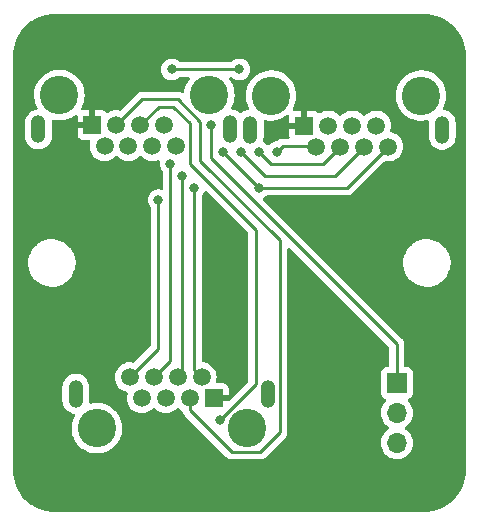
<source format=gbr>
%TF.GenerationSoftware,KiCad,Pcbnew,(6.0.6)*%
%TF.CreationDate,2022-07-09T15:22:20-05:00*%
%TF.ProjectId,Clinic_RJ45_Splitter,436c696e-6963-45f5-924a-34355f53706c,rev?*%
%TF.SameCoordinates,Original*%
%TF.FileFunction,Copper,L2,Bot*%
%TF.FilePolarity,Positive*%
%FSLAX46Y46*%
G04 Gerber Fmt 4.6, Leading zero omitted, Abs format (unit mm)*
G04 Created by KiCad (PCBNEW (6.0.6)) date 2022-07-09 15:22:20*
%MOMM*%
%LPD*%
G01*
G04 APERTURE LIST*
%TA.AperFunction,WasherPad*%
%ADD10C,3.250000*%
%TD*%
%TA.AperFunction,ComponentPad*%
%ADD11R,1.500000X1.500000*%
%TD*%
%TA.AperFunction,ComponentPad*%
%ADD12C,1.500000*%
%TD*%
%TA.AperFunction,ComponentPad*%
%ADD13O,1.259000X2.362000*%
%TD*%
%TA.AperFunction,ComponentPad*%
%ADD14R,1.700000X1.700000*%
%TD*%
%TA.AperFunction,ComponentPad*%
%ADD15O,1.700000X1.700000*%
%TD*%
%TA.AperFunction,ViaPad*%
%ADD16C,0.800000*%
%TD*%
%TA.AperFunction,Conductor*%
%ADD17C,0.250000*%
%TD*%
G04 APERTURE END LIST*
D10*
%TO.P,J4,*%
%TO.N,*%
X155724320Y-77259180D03*
X168424320Y-77259180D03*
D11*
%TO.P,J4,1*%
%TO.N,GND*%
X158525020Y-79799180D03*
D12*
%TO.P,J4,2*%
%TO.N,+5V*%
X159545020Y-81579180D03*
%TO.P,J4,3*%
%TO.N,Sound1*%
X160555020Y-79799180D03*
%TO.P,J4,4*%
%TO.N,Sound2*%
X161575020Y-81579180D03*
%TO.P,J4,5*%
%TO.N,JoyX*%
X162585020Y-79799180D03*
%TO.P,J4,6*%
%TO.N,JoyY*%
X163605020Y-81579180D03*
%TO.P,J4,7*%
%TO.N,+3.3V_R*%
X164615020Y-79799180D03*
%TO.P,J4,8*%
%TO.N,Other*%
X165635020Y-81579180D03*
D13*
%TO.P,J4,9*%
%TO.N,N/C*%
X170204320Y-80161130D03*
%TO.P,J4,10*%
X153944320Y-80161130D03*
%TD*%
D10*
%TO.P,J2,*%
%TO.N,*%
X137795000Y-77224620D03*
X150495000Y-77224620D03*
D11*
%TO.P,J2,1*%
%TO.N,GND*%
X140595700Y-79764620D03*
D12*
%TO.P,J2,2*%
%TO.N,+5V*%
X141615700Y-81544620D03*
%TO.P,J2,3*%
%TO.N,Sound1*%
X142625700Y-79764620D03*
%TO.P,J2,4*%
%TO.N,Sound2*%
X143645700Y-81544620D03*
%TO.P,J2,5*%
%TO.N,JoyX*%
X144655700Y-79764620D03*
%TO.P,J2,6*%
%TO.N,JoyY*%
X145675700Y-81544620D03*
%TO.P,J2,7*%
%TO.N,+3.3V_L*%
X146685700Y-79764620D03*
%TO.P,J2,8*%
%TO.N,Other*%
X147705700Y-81544620D03*
D13*
%TO.P,J2,9*%
%TO.N,N/C*%
X152275000Y-80126570D03*
%TO.P,J2,10*%
X136015000Y-80126570D03*
%TD*%
D14*
%TO.P,J1,1*%
%TO.N,+3.3V_L*%
X166370000Y-101600000D03*
D15*
%TO.P,J1,2*%
%TO.N,+3.3V*%
X166370000Y-104140000D03*
%TO.P,J1,3*%
%TO.N,+3.3V_R*%
X166370000Y-106680000D03*
%TD*%
D10*
%TO.P,J3,*%
%TO.N,*%
X153670000Y-105425240D03*
X140970000Y-105425240D03*
D11*
%TO.P,J3,1*%
%TO.N,GND*%
X150869300Y-102885240D03*
D12*
%TO.P,J3,2*%
%TO.N,+5V*%
X149849300Y-101105240D03*
%TO.P,J3,3*%
%TO.N,Sound1*%
X148839300Y-102885240D03*
%TO.P,J3,4*%
%TO.N,Sound2*%
X147819300Y-101105240D03*
%TO.P,J3,5*%
%TO.N,JoyX*%
X146809300Y-102885240D03*
%TO.P,J3,6*%
%TO.N,JoyY*%
X145789300Y-101105240D03*
%TO.P,J3,7*%
%TO.N,+3.3V*%
X144779300Y-102885240D03*
%TO.P,J3,8*%
%TO.N,Other*%
X143759300Y-101105240D03*
D13*
%TO.P,J3,9*%
%TO.N,N/C*%
X139190000Y-102523290D03*
%TO.P,J3,10*%
X155450000Y-102523290D03*
%TD*%
D16*
%TO.N,+3.3V_L*%
X150622000Y-79756000D03*
%TO.N,GND*%
X162560000Y-99695000D03*
X144145000Y-109220000D03*
X144780000Y-73660000D03*
X158750000Y-86995000D03*
X158750000Y-99695000D03*
X162560000Y-90805000D03*
X140970000Y-73660000D03*
X147955000Y-109220000D03*
X161290000Y-73660000D03*
X158750000Y-109220000D03*
X142875000Y-94615000D03*
X151765000Y-94615000D03*
X140970000Y-76835000D03*
X144145000Y-106045000D03*
X162560000Y-86995000D03*
X165100000Y-73660000D03*
X142875000Y-89535000D03*
X151765000Y-99695000D03*
X165100000Y-77470000D03*
X151765000Y-89535000D03*
X158750000Y-94615000D03*
%TO.N,+5V*%
X149225000Y-85090000D03*
X156210000Y-82042000D03*
%TO.N,Sound1*%
X153035000Y-75057000D03*
X147320000Y-75057000D03*
%TO.N,Sound2*%
X154686000Y-82042000D03*
X148209000Y-84074000D03*
%TO.N,JoyX*%
X151384000Y-104775000D03*
%TO.N,JoyY*%
X147193000Y-83058000D03*
X153162000Y-82042000D03*
%TO.N,Other*%
X146177000Y-86106000D03*
X154686000Y-85090000D03*
X151638000Y-82042000D03*
%TD*%
D17*
%TO.N,+3.3V_L*%
X166370000Y-101600000D02*
X166370000Y-98329750D01*
X166370000Y-98329750D02*
X150622000Y-82581750D01*
X150622000Y-82581750D02*
X150622000Y-79764620D01*
X150622000Y-79764620D02*
X150622000Y-79756000D01*
%TO.N,+5V*%
X156210000Y-82042000D02*
X156718000Y-81534000D01*
X149225000Y-100480940D02*
X149849300Y-101105240D01*
X156718000Y-81534000D02*
X159499840Y-81534000D01*
X159499840Y-81534000D02*
X159545020Y-81579180D01*
X149225000Y-85090000D02*
X149225000Y-100480940D01*
%TO.N,Sound1*%
X147828000Y-77597000D02*
X149733000Y-79502000D01*
X156464000Y-89535000D02*
X156464000Y-105791000D01*
X142625700Y-79764620D02*
X144793320Y-77597000D01*
X156464000Y-105791000D02*
X154813000Y-107442000D01*
X144793320Y-77597000D02*
X147828000Y-77597000D01*
X149733000Y-82804000D02*
X156464000Y-89535000D01*
X152400000Y-107442000D02*
X148839300Y-103881300D01*
X149733000Y-79502000D02*
X149733000Y-82804000D01*
X154813000Y-107442000D02*
X152400000Y-107442000D01*
X148839300Y-103881300D02*
X148839300Y-102885240D01*
X147320000Y-75057000D02*
X153035000Y-75057000D01*
%TO.N,Sound2*%
X148209000Y-100715540D02*
X147819300Y-101105240D01*
X148209000Y-84074000D02*
X148209000Y-100715540D01*
X160096200Y-83058000D02*
X161575020Y-81579180D01*
X155702000Y-83058000D02*
X160096200Y-83058000D01*
X154686000Y-82042000D02*
X155702000Y-83058000D01*
%TO.N,JoyX*%
X144655700Y-79764620D02*
X146188320Y-78232000D01*
X154432000Y-101727000D02*
X151384000Y-104775000D01*
X148844000Y-79629000D02*
X148844000Y-83058000D01*
X147447000Y-78232000D02*
X148844000Y-79629000D01*
X148844000Y-83058000D02*
X154432000Y-88646000D01*
X154432000Y-88646000D02*
X154432000Y-101727000D01*
X146188320Y-78232000D02*
X147447000Y-78232000D01*
%TO.N,JoyY*%
X161110200Y-84074000D02*
X163605020Y-81579180D01*
X153162000Y-82042000D02*
X155194000Y-84074000D01*
X147193000Y-83058000D02*
X147193000Y-99701540D01*
X155194000Y-84074000D02*
X161110200Y-84074000D01*
X147193000Y-99701540D02*
X145789300Y-101105240D01*
%TO.N,Other*%
X151638000Y-82042000D02*
X154686000Y-85090000D01*
X162124200Y-85090000D02*
X165635020Y-81579180D01*
X154686000Y-85090000D02*
X162124200Y-85090000D01*
X146177000Y-98687540D02*
X143759300Y-101105240D01*
X146177000Y-86106000D02*
X146177000Y-98687540D01*
%TD*%
%TA.AperFunction,Conductor*%
%TO.N,GND*%
G36*
X168626018Y-70360000D02*
G01*
X168640852Y-70362310D01*
X168640855Y-70362310D01*
X168649724Y-70363691D01*
X168658627Y-70362527D01*
X168658629Y-70362527D01*
X168669078Y-70361161D01*
X168691594Y-70360249D01*
X168998322Y-70375318D01*
X169010618Y-70376528D01*
X169343520Y-70425910D01*
X169355642Y-70428320D01*
X169451572Y-70452350D01*
X169682101Y-70510095D01*
X169693933Y-70513684D01*
X170010803Y-70627061D01*
X170022227Y-70631793D01*
X170326456Y-70775683D01*
X170337361Y-70781512D01*
X170626024Y-70954530D01*
X170636305Y-70961400D01*
X170906613Y-71161874D01*
X170916171Y-71169718D01*
X171165531Y-71395725D01*
X171174275Y-71404469D01*
X171400282Y-71653829D01*
X171408126Y-71663387D01*
X171608600Y-71933695D01*
X171615470Y-71943976D01*
X171788488Y-72232639D01*
X171794317Y-72243544D01*
X171938207Y-72547773D01*
X171942939Y-72559197D01*
X172056316Y-72876067D01*
X172059905Y-72887899D01*
X172141679Y-73214355D01*
X172144091Y-73226483D01*
X172193471Y-73559377D01*
X172194683Y-73571682D01*
X172209390Y-73871034D01*
X172208042Y-73896598D01*
X172206309Y-73907724D01*
X172207474Y-73916630D01*
X172210436Y-73939283D01*
X172211500Y-73955621D01*
X172211500Y-108916633D01*
X172210000Y-108936018D01*
X172206309Y-108959724D01*
X172207473Y-108968627D01*
X172207473Y-108968629D01*
X172208839Y-108979078D01*
X172209751Y-109001597D01*
X172194683Y-109308317D01*
X172193471Y-109320623D01*
X172144091Y-109653517D01*
X172141679Y-109665645D01*
X172059905Y-109992101D01*
X172056316Y-110003933D01*
X171942939Y-110320803D01*
X171938207Y-110332227D01*
X171794317Y-110636456D01*
X171788488Y-110647361D01*
X171615470Y-110936024D01*
X171608600Y-110946305D01*
X171408126Y-111216613D01*
X171400282Y-111226171D01*
X171174275Y-111475531D01*
X171165531Y-111484275D01*
X170916171Y-111710282D01*
X170906613Y-111718126D01*
X170636305Y-111918600D01*
X170626024Y-111925470D01*
X170337361Y-112098488D01*
X170326456Y-112104317D01*
X170022227Y-112248207D01*
X170010803Y-112252939D01*
X169693933Y-112366316D01*
X169682101Y-112369905D01*
X169451572Y-112427650D01*
X169355642Y-112451680D01*
X169343520Y-112454090D01*
X169010618Y-112503472D01*
X168998324Y-112504682D01*
X168698962Y-112519390D01*
X168673402Y-112518042D01*
X168662276Y-112516309D01*
X168630714Y-112520436D01*
X168614379Y-112521500D01*
X137463367Y-112521500D01*
X137443982Y-112520000D01*
X137429148Y-112517690D01*
X137429145Y-112517690D01*
X137420276Y-112516309D01*
X137411373Y-112517473D01*
X137411371Y-112517473D01*
X137400922Y-112518839D01*
X137378406Y-112519751D01*
X137071678Y-112504682D01*
X137059382Y-112503472D01*
X136726480Y-112454090D01*
X136714358Y-112451680D01*
X136618428Y-112427650D01*
X136387899Y-112369905D01*
X136376067Y-112366316D01*
X136059197Y-112252939D01*
X136047773Y-112248207D01*
X135743544Y-112104317D01*
X135732639Y-112098488D01*
X135443976Y-111925470D01*
X135433695Y-111918600D01*
X135163387Y-111718126D01*
X135153829Y-111710282D01*
X134904469Y-111484275D01*
X134895725Y-111475531D01*
X134669718Y-111226171D01*
X134661874Y-111216613D01*
X134461400Y-110946305D01*
X134454530Y-110936024D01*
X134281512Y-110647361D01*
X134275683Y-110636456D01*
X134131793Y-110332227D01*
X134127061Y-110320803D01*
X134013684Y-110003933D01*
X134010095Y-109992101D01*
X133928321Y-109665645D01*
X133925909Y-109653517D01*
X133876529Y-109320623D01*
X133875317Y-109308317D01*
X133860795Y-109012695D01*
X133862387Y-108985619D01*
X133863576Y-108978552D01*
X133863729Y-108966000D01*
X133859773Y-108938376D01*
X133858500Y-108920514D01*
X133858500Y-103127843D01*
X138052000Y-103127843D01*
X138066263Y-103283062D01*
X138067830Y-103288617D01*
X138067830Y-103288619D01*
X138080815Y-103334662D01*
X138123034Y-103484360D01*
X138215539Y-103671941D01*
X138340678Y-103839523D01*
X138344912Y-103843437D01*
X138344914Y-103843439D01*
X138412816Y-103906206D01*
X138494262Y-103981494D01*
X138499147Y-103984576D01*
X138666262Y-104090018D01*
X138666267Y-104090020D01*
X138671146Y-104093099D01*
X138865406Y-104170601D01*
X138871063Y-104171726D01*
X138871069Y-104171728D01*
X138957487Y-104188917D01*
X139020412Y-104201434D01*
X139083321Y-104234340D01*
X139118453Y-104296035D01*
X139114653Y-104366930D01*
X139107186Y-104383969D01*
X139083836Y-104428069D01*
X139023198Y-104542596D01*
X139016397Y-104555440D01*
X139014925Y-104559463D01*
X139014923Y-104559467D01*
X138941897Y-104759020D01*
X138916426Y-104828622D01*
X138854456Y-105112844D01*
X138831632Y-105402846D01*
X138848378Y-105693263D01*
X138849203Y-105697468D01*
X138849204Y-105697476D01*
X138871488Y-105811057D01*
X138904382Y-105978721D01*
X138905769Y-105982772D01*
X138905770Y-105982776D01*
X138997220Y-106249881D01*
X138997224Y-106249890D01*
X138998609Y-106253936D01*
X139129316Y-106513817D01*
X139168684Y-106571098D01*
X139286994Y-106743240D01*
X139294083Y-106753555D01*
X139489862Y-106968713D01*
X139493151Y-106971463D01*
X139709738Y-107152559D01*
X139709743Y-107152563D01*
X139713030Y-107155311D01*
X139778058Y-107196103D01*
X139955817Y-107307611D01*
X139955821Y-107307613D01*
X139959457Y-107309894D01*
X140224584Y-107429603D01*
X140228703Y-107430823D01*
X140499391Y-107511005D01*
X140499396Y-107511006D01*
X140503504Y-107512223D01*
X140507738Y-107512871D01*
X140507743Y-107512872D01*
X140763635Y-107552029D01*
X140791056Y-107556225D01*
X140939176Y-107558552D01*
X141077629Y-107560727D01*
X141077635Y-107560727D01*
X141081920Y-107560794D01*
X141370712Y-107525847D01*
X141652090Y-107452029D01*
X141920846Y-107340706D01*
X142172007Y-107193939D01*
X142400926Y-107014444D01*
X142442578Y-106971463D01*
X142600383Y-106808620D01*
X142603366Y-106805542D01*
X142775583Y-106571098D01*
X142914388Y-106315450D01*
X143017213Y-106043330D01*
X143054916Y-105878711D01*
X143081200Y-105763953D01*
X143081201Y-105763948D01*
X143082157Y-105759773D01*
X143108016Y-105470025D01*
X143108485Y-105425240D01*
X143097168Y-105259242D01*
X143088991Y-105139291D01*
X143088990Y-105139285D01*
X143088699Y-105135014D01*
X143084335Y-105113938D01*
X143030578Y-104854356D01*
X143029709Y-104850159D01*
X142932605Y-104575945D01*
X142818354Y-104354588D01*
X142801149Y-104321254D01*
X142801149Y-104321253D01*
X142799184Y-104317447D01*
X142785765Y-104298353D01*
X142695617Y-104170087D01*
X142631915Y-104079448D01*
X142513014Y-103951495D01*
X142436815Y-103869495D01*
X142436812Y-103869492D01*
X142433894Y-103866352D01*
X142430578Y-103863638D01*
X142430575Y-103863635D01*
X142278450Y-103739122D01*
X142208784Y-103682101D01*
X141960752Y-103530107D01*
X141956835Y-103528388D01*
X141956832Y-103528386D01*
X141806513Y-103462401D01*
X141694386Y-103413181D01*
X141690258Y-103412005D01*
X141690255Y-103412004D01*
X141604087Y-103387458D01*
X141414616Y-103333486D01*
X141410374Y-103332882D01*
X141410368Y-103332881D01*
X141130870Y-103293103D01*
X141126619Y-103292498D01*
X140973232Y-103291695D01*
X140840009Y-103290997D01*
X140840003Y-103290997D01*
X140835723Y-103290975D01*
X140831479Y-103291534D01*
X140831475Y-103291534D01*
X140733370Y-103304450D01*
X140547313Y-103328945D01*
X140543173Y-103330078D01*
X140543171Y-103330078D01*
X140478218Y-103347847D01*
X140407233Y-103346529D01*
X140348230Y-103307043D01*
X140319941Y-103241926D01*
X140319843Y-103211503D01*
X140327564Y-103146271D01*
X140327564Y-103146264D01*
X140328000Y-103142584D01*
X140328000Y-101918737D01*
X140313737Y-101763518D01*
X140256966Y-101562220D01*
X140164461Y-101374639D01*
X140039322Y-101207057D01*
X140015555Y-101185087D01*
X139889978Y-101069005D01*
X139889975Y-101069003D01*
X139885738Y-101065086D01*
X139838260Y-101035130D01*
X139713738Y-100956562D01*
X139713733Y-100956560D01*
X139708854Y-100953481D01*
X139514594Y-100875979D01*
X139508934Y-100874853D01*
X139508930Y-100874852D01*
X139315130Y-100836303D01*
X139315128Y-100836303D01*
X139309463Y-100835176D01*
X139303688Y-100835100D01*
X139303684Y-100835100D01*
X139198845Y-100833728D01*
X139100331Y-100832438D01*
X139094634Y-100833417D01*
X139094633Y-100833417D01*
X138956535Y-100857147D01*
X138894202Y-100867858D01*
X138697980Y-100940248D01*
X138693019Y-100943200D01*
X138693018Y-100943200D01*
X138523203Y-101044229D01*
X138523200Y-101044231D01*
X138518235Y-101047185D01*
X138360988Y-101185087D01*
X138231504Y-101349336D01*
X138228813Y-101354452D01*
X138228811Y-101354454D01*
X138162481Y-101480527D01*
X138134121Y-101534431D01*
X138072100Y-101734173D01*
X138071421Y-101739910D01*
X138054652Y-101881591D01*
X138052000Y-101903996D01*
X138052000Y-103127843D01*
X133858500Y-103127843D01*
X133858500Y-91369733D01*
X135147822Y-91369733D01*
X135157625Y-91650458D01*
X135158387Y-91654781D01*
X135158388Y-91654788D01*
X135182164Y-91789624D01*
X135206402Y-91927087D01*
X135293203Y-92194235D01*
X135416340Y-92446702D01*
X135418795Y-92450341D01*
X135418798Y-92450347D01*
X135491890Y-92558710D01*
X135573415Y-92679576D01*
X135761371Y-92888322D01*
X135976550Y-93068879D01*
X136214764Y-93217731D01*
X136471375Y-93331982D01*
X136741390Y-93409407D01*
X136745740Y-93410018D01*
X136745743Y-93410019D01*
X136848690Y-93424487D01*
X137019552Y-93448500D01*
X137230146Y-93448500D01*
X137232332Y-93448347D01*
X137232336Y-93448347D01*
X137435827Y-93434118D01*
X137435832Y-93434117D01*
X137440212Y-93433811D01*
X137714970Y-93375409D01*
X137719099Y-93373906D01*
X137719103Y-93373905D01*
X137974781Y-93280846D01*
X137974785Y-93280844D01*
X137978926Y-93279337D01*
X138226942Y-93147464D01*
X138331896Y-93071211D01*
X138450629Y-92984947D01*
X138450632Y-92984944D01*
X138454192Y-92982358D01*
X138656252Y-92787231D01*
X138829188Y-92565882D01*
X138831384Y-92562078D01*
X138831389Y-92562071D01*
X138967435Y-92326431D01*
X138969636Y-92322619D01*
X139074862Y-92062176D01*
X139108544Y-91927087D01*
X139141753Y-91793893D01*
X139141754Y-91793888D01*
X139142817Y-91789624D01*
X139172178Y-91510267D01*
X139162375Y-91229542D01*
X139138608Y-91094749D01*
X139114360Y-90957236D01*
X139113598Y-90952913D01*
X139026797Y-90685765D01*
X138903660Y-90433298D01*
X138901205Y-90429659D01*
X138901202Y-90429653D01*
X138784978Y-90257344D01*
X138746585Y-90200424D01*
X138717615Y-90168249D01*
X138561566Y-89994940D01*
X138558629Y-89991678D01*
X138343450Y-89811121D01*
X138105236Y-89662269D01*
X137848625Y-89548018D01*
X137578610Y-89470593D01*
X137574260Y-89469982D01*
X137574257Y-89469981D01*
X137471310Y-89455513D01*
X137300448Y-89431500D01*
X137089854Y-89431500D01*
X137087668Y-89431653D01*
X137087664Y-89431653D01*
X136884173Y-89445882D01*
X136884168Y-89445883D01*
X136879788Y-89446189D01*
X136605030Y-89504591D01*
X136600901Y-89506094D01*
X136600897Y-89506095D01*
X136345219Y-89599154D01*
X136345215Y-89599156D01*
X136341074Y-89600663D01*
X136093058Y-89732536D01*
X136089499Y-89735122D01*
X136089497Y-89735123D01*
X135931941Y-89849594D01*
X135865808Y-89897642D01*
X135862644Y-89900698D01*
X135862641Y-89900700D01*
X135773865Y-89986431D01*
X135663748Y-90092769D01*
X135490812Y-90314118D01*
X135488616Y-90317922D01*
X135488611Y-90317929D01*
X135374794Y-90515067D01*
X135350364Y-90557381D01*
X135245138Y-90817824D01*
X135244073Y-90822097D01*
X135244072Y-90822099D01*
X135210379Y-90957236D01*
X135177183Y-91090376D01*
X135147822Y-91369733D01*
X133858500Y-91369733D01*
X133858500Y-80731123D01*
X134877000Y-80731123D01*
X134891263Y-80886342D01*
X134892830Y-80891897D01*
X134892830Y-80891899D01*
X134907247Y-80943018D01*
X134948034Y-81087640D01*
X135040539Y-81275221D01*
X135165678Y-81442803D01*
X135169912Y-81446717D01*
X135169914Y-81446719D01*
X135307288Y-81573705D01*
X135319262Y-81584774D01*
X135366740Y-81614730D01*
X135491262Y-81693298D01*
X135491267Y-81693300D01*
X135496146Y-81696379D01*
X135690406Y-81773881D01*
X135696066Y-81775007D01*
X135696070Y-81775008D01*
X135889870Y-81813557D01*
X135889872Y-81813557D01*
X135895537Y-81814684D01*
X135901312Y-81814760D01*
X135901316Y-81814760D01*
X136006155Y-81816132D01*
X136104669Y-81817422D01*
X136110366Y-81816443D01*
X136110367Y-81816443D01*
X136305101Y-81782981D01*
X136305102Y-81782981D01*
X136310798Y-81782002D01*
X136507020Y-81709612D01*
X136529263Y-81696379D01*
X136681797Y-81605631D01*
X136681800Y-81605629D01*
X136686765Y-81602675D01*
X136844012Y-81464773D01*
X136973496Y-81300524D01*
X136989534Y-81270042D01*
X137068187Y-81120546D01*
X137068188Y-81120544D01*
X137070879Y-81115429D01*
X137132900Y-80915687D01*
X137148910Y-80780424D01*
X137152564Y-80749551D01*
X137152564Y-80749544D01*
X137153000Y-80745864D01*
X137153000Y-80559289D01*
X139337701Y-80559289D01*
X139338071Y-80566110D01*
X139343595Y-80616972D01*
X139347221Y-80632224D01*
X139392376Y-80752674D01*
X139400914Y-80768269D01*
X139477415Y-80870344D01*
X139489976Y-80882905D01*
X139592051Y-80959406D01*
X139607646Y-80967944D01*
X139728094Y-81013098D01*
X139743349Y-81016725D01*
X139794214Y-81022251D01*
X139801028Y-81022620D01*
X140288468Y-81022620D01*
X140356589Y-81042622D01*
X140403082Y-81096278D01*
X140413186Y-81166552D01*
X140410174Y-81181232D01*
X140373010Y-81319928D01*
X140373009Y-81319937D01*
X140371585Y-81325249D01*
X140352393Y-81544620D01*
X140371585Y-81763991D01*
X140428580Y-81976696D01*
X140430905Y-81981681D01*
X140519318Y-82171286D01*
X140519321Y-82171291D01*
X140521644Y-82176273D01*
X140524800Y-82180780D01*
X140524801Y-82180782D01*
X140643879Y-82350842D01*
X140647951Y-82356658D01*
X140803662Y-82512369D01*
X140984046Y-82638676D01*
X141183624Y-82731740D01*
X141396329Y-82788735D01*
X141615700Y-82807927D01*
X141835071Y-82788735D01*
X142047776Y-82731740D01*
X142247354Y-82638676D01*
X142427738Y-82512369D01*
X142541605Y-82398502D01*
X142603917Y-82364476D01*
X142674732Y-82369541D01*
X142719795Y-82398502D01*
X142833662Y-82512369D01*
X143014046Y-82638676D01*
X143213624Y-82731740D01*
X143426329Y-82788735D01*
X143645700Y-82807927D01*
X143865071Y-82788735D01*
X144077776Y-82731740D01*
X144277354Y-82638676D01*
X144457738Y-82512369D01*
X144571605Y-82398502D01*
X144633917Y-82364476D01*
X144704732Y-82369541D01*
X144749795Y-82398502D01*
X144863662Y-82512369D01*
X145044046Y-82638676D01*
X145243624Y-82731740D01*
X145456329Y-82788735D01*
X145675700Y-82807927D01*
X145895071Y-82788735D01*
X146107776Y-82731740D01*
X146112756Y-82729418D01*
X146112761Y-82729416D01*
X146124458Y-82723961D01*
X146194649Y-82713300D01*
X146259462Y-82742280D01*
X146298319Y-82801699D01*
X146300921Y-82863570D01*
X146299458Y-82868072D01*
X146279496Y-83058000D01*
X146280186Y-83064565D01*
X146290795Y-83165500D01*
X146299458Y-83247928D01*
X146358473Y-83429556D01*
X146361776Y-83435278D01*
X146361777Y-83435279D01*
X146395686Y-83494010D01*
X146453960Y-83594944D01*
X146527137Y-83676215D01*
X146557853Y-83740221D01*
X146559500Y-83760524D01*
X146559500Y-85102909D01*
X146539498Y-85171030D01*
X146485842Y-85217523D01*
X146415568Y-85227627D01*
X146407303Y-85226156D01*
X146278944Y-85198872D01*
X146278939Y-85198872D01*
X146272487Y-85197500D01*
X146081513Y-85197500D01*
X146075061Y-85198872D01*
X146075056Y-85198872D01*
X145988113Y-85217353D01*
X145894712Y-85237206D01*
X145888682Y-85239891D01*
X145888681Y-85239891D01*
X145726278Y-85312197D01*
X145726276Y-85312198D01*
X145720248Y-85314882D01*
X145714907Y-85318762D01*
X145714906Y-85318763D01*
X145664843Y-85355136D01*
X145565747Y-85427134D01*
X145437960Y-85569056D01*
X145434659Y-85574774D01*
X145348792Y-85723500D01*
X145342473Y-85734444D01*
X145283458Y-85916072D01*
X145282768Y-85922633D01*
X145282768Y-85922635D01*
X145276960Y-85977895D01*
X145263496Y-86106000D01*
X145283458Y-86295928D01*
X145342473Y-86477556D01*
X145437960Y-86642944D01*
X145511137Y-86724215D01*
X145541853Y-86788221D01*
X145543500Y-86808524D01*
X145543500Y-98372946D01*
X145523498Y-98441067D01*
X145506595Y-98462041D01*
X144131723Y-99836912D01*
X144069411Y-99870938D01*
X144010017Y-99869524D01*
X143983985Y-99862549D01*
X143983986Y-99862549D01*
X143978671Y-99861125D01*
X143759300Y-99841933D01*
X143539929Y-99861125D01*
X143327224Y-99918120D01*
X143233862Y-99961655D01*
X143132634Y-100008858D01*
X143132629Y-100008861D01*
X143127647Y-100011184D01*
X143123140Y-100014340D01*
X143123138Y-100014341D01*
X142951773Y-100134332D01*
X142951770Y-100134334D01*
X142947262Y-100137491D01*
X142791551Y-100293202D01*
X142788394Y-100297710D01*
X142788392Y-100297713D01*
X142721028Y-100393919D01*
X142665244Y-100473587D01*
X142662921Y-100478569D01*
X142662918Y-100478574D01*
X142651391Y-100503295D01*
X142572180Y-100673164D01*
X142515185Y-100885869D01*
X142495993Y-101105240D01*
X142515185Y-101324611D01*
X142572180Y-101537316D01*
X142574505Y-101542301D01*
X142662918Y-101731906D01*
X142662921Y-101731911D01*
X142665244Y-101736893D01*
X142668400Y-101741400D01*
X142668401Y-101741402D01*
X142784853Y-101907712D01*
X142791551Y-101917278D01*
X142947262Y-102072989D01*
X142951771Y-102076146D01*
X142951773Y-102076148D01*
X143026541Y-102128501D01*
X143127646Y-102199296D01*
X143327224Y-102292360D01*
X143332536Y-102293783D01*
X143332535Y-102293783D01*
X143492925Y-102336760D01*
X143553547Y-102373712D01*
X143584569Y-102437573D01*
X143582020Y-102491078D01*
X143536608Y-102660556D01*
X143536607Y-102660563D01*
X143535185Y-102665869D01*
X143515993Y-102885240D01*
X143535185Y-103104611D01*
X143592180Y-103317316D01*
X143606417Y-103347847D01*
X143682918Y-103511906D01*
X143682921Y-103511911D01*
X143685244Y-103516893D01*
X143688400Y-103521400D01*
X143688401Y-103521402D01*
X143802826Y-103684817D01*
X143811551Y-103697278D01*
X143967262Y-103852989D01*
X143971771Y-103856146D01*
X143971773Y-103856148D01*
X143990835Y-103869495D01*
X144147646Y-103979296D01*
X144347224Y-104072360D01*
X144559929Y-104129355D01*
X144779300Y-104148547D01*
X144998671Y-104129355D01*
X145211376Y-104072360D01*
X145410954Y-103979296D01*
X145567765Y-103869495D01*
X145586827Y-103856148D01*
X145586829Y-103856146D01*
X145591338Y-103852989D01*
X145705205Y-103739122D01*
X145767517Y-103705096D01*
X145838332Y-103710161D01*
X145883395Y-103739122D01*
X145997262Y-103852989D01*
X146001771Y-103856146D01*
X146001773Y-103856148D01*
X146020835Y-103869495D01*
X146177646Y-103979296D01*
X146377224Y-104072360D01*
X146589929Y-104129355D01*
X146809300Y-104148547D01*
X147028671Y-104129355D01*
X147241376Y-104072360D01*
X147440954Y-103979296D01*
X147597765Y-103869495D01*
X147616827Y-103856148D01*
X147616829Y-103856146D01*
X147621338Y-103852989D01*
X147735205Y-103739122D01*
X147797517Y-103705096D01*
X147868332Y-103710161D01*
X147913395Y-103739122D01*
X148027262Y-103852989D01*
X148031771Y-103856146D01*
X148031773Y-103856148D01*
X148167942Y-103951495D01*
X148212270Y-104006952D01*
X148216959Y-104024789D01*
X148217862Y-104024557D01*
X148219832Y-104032230D01*
X148220826Y-104040097D01*
X148223745Y-104047468D01*
X148223745Y-104047470D01*
X148237104Y-104081212D01*
X148240949Y-104092442D01*
X148253282Y-104134893D01*
X148257315Y-104141712D01*
X148257317Y-104141717D01*
X148263593Y-104152328D01*
X148272288Y-104170076D01*
X148279748Y-104188917D01*
X148284410Y-104195333D01*
X148284410Y-104195334D01*
X148305736Y-104224687D01*
X148312252Y-104234607D01*
X148334758Y-104272662D01*
X148349079Y-104286983D01*
X148361919Y-104302016D01*
X148373828Y-104318407D01*
X148379934Y-104323458D01*
X148407905Y-104346598D01*
X148416684Y-104354588D01*
X151896343Y-107834247D01*
X151903887Y-107842537D01*
X151908000Y-107849018D01*
X151913777Y-107854443D01*
X151957667Y-107895658D01*
X151960509Y-107898413D01*
X151980230Y-107918134D01*
X151983425Y-107920612D01*
X151992447Y-107928318D01*
X152024679Y-107958586D01*
X152031628Y-107962406D01*
X152042432Y-107968346D01*
X152058956Y-107979199D01*
X152074959Y-107991613D01*
X152115543Y-108009176D01*
X152126173Y-108014383D01*
X152164940Y-108035695D01*
X152172617Y-108037666D01*
X152172622Y-108037668D01*
X152184558Y-108040732D01*
X152203266Y-108047137D01*
X152221855Y-108055181D01*
X152229683Y-108056421D01*
X152229690Y-108056423D01*
X152265524Y-108062099D01*
X152277144Y-108064505D01*
X152308959Y-108072673D01*
X152319970Y-108075500D01*
X152340224Y-108075500D01*
X152359934Y-108077051D01*
X152379943Y-108080220D01*
X152387835Y-108079474D01*
X152406580Y-108077702D01*
X152423962Y-108076059D01*
X152435819Y-108075500D01*
X154734233Y-108075500D01*
X154745416Y-108076027D01*
X154752909Y-108077702D01*
X154760835Y-108077453D01*
X154760836Y-108077453D01*
X154820986Y-108075562D01*
X154824945Y-108075500D01*
X154852856Y-108075500D01*
X154856791Y-108075003D01*
X154856856Y-108074995D01*
X154868693Y-108074062D01*
X154900951Y-108073048D01*
X154904970Y-108072922D01*
X154912889Y-108072673D01*
X154932343Y-108067021D01*
X154951700Y-108063013D01*
X154963930Y-108061468D01*
X154963931Y-108061468D01*
X154971797Y-108060474D01*
X154979168Y-108057555D01*
X154979170Y-108057555D01*
X155012912Y-108044196D01*
X155024142Y-108040351D01*
X155058983Y-108030229D01*
X155058984Y-108030229D01*
X155066593Y-108028018D01*
X155073412Y-108023985D01*
X155073417Y-108023983D01*
X155084028Y-108017707D01*
X155101776Y-108009012D01*
X155120617Y-108001552D01*
X155140987Y-107986753D01*
X155156387Y-107975564D01*
X155166307Y-107969048D01*
X155197535Y-107950580D01*
X155197538Y-107950578D01*
X155204362Y-107946542D01*
X155218683Y-107932221D01*
X155233717Y-107919380D01*
X155235432Y-107918134D01*
X155250107Y-107907472D01*
X155278298Y-107873395D01*
X155286288Y-107864616D01*
X156856247Y-106294657D01*
X156864537Y-106287113D01*
X156871018Y-106283000D01*
X156917659Y-106233332D01*
X156920413Y-106230491D01*
X156940135Y-106210769D01*
X156942612Y-106207576D01*
X156950317Y-106198555D01*
X156975159Y-106172100D01*
X156980586Y-106166321D01*
X156984407Y-106159371D01*
X156990346Y-106148568D01*
X157001202Y-106132041D01*
X157008757Y-106122302D01*
X157008758Y-106122300D01*
X157013614Y-106116040D01*
X157031174Y-106075460D01*
X157036391Y-106064812D01*
X157053875Y-106033009D01*
X157053876Y-106033007D01*
X157057695Y-106026060D01*
X157061466Y-106011375D01*
X157062733Y-106006438D01*
X157069137Y-105987734D01*
X157074033Y-105976420D01*
X157074033Y-105976419D01*
X157077181Y-105969145D01*
X157078420Y-105961322D01*
X157078423Y-105961312D01*
X157084099Y-105925476D01*
X157086505Y-105913856D01*
X157095528Y-105878711D01*
X157095528Y-105878710D01*
X157097500Y-105871030D01*
X157097500Y-105850776D01*
X157099051Y-105831065D01*
X157100980Y-105818886D01*
X157102220Y-105811057D01*
X157098059Y-105767038D01*
X157097500Y-105755181D01*
X157097500Y-90257344D01*
X157117502Y-90189223D01*
X157171158Y-90142730D01*
X157241432Y-90132626D01*
X157306012Y-90162120D01*
X157312595Y-90168249D01*
X165699595Y-98555249D01*
X165733621Y-98617561D01*
X165736500Y-98644344D01*
X165736500Y-100115500D01*
X165716498Y-100183621D01*
X165662842Y-100230114D01*
X165610500Y-100241500D01*
X165471866Y-100241500D01*
X165409684Y-100248255D01*
X165273295Y-100299385D01*
X165156739Y-100386739D01*
X165069385Y-100503295D01*
X165018255Y-100639684D01*
X165011500Y-100701866D01*
X165011500Y-102498134D01*
X165018255Y-102560316D01*
X165069385Y-102696705D01*
X165156739Y-102813261D01*
X165273295Y-102900615D01*
X165281704Y-102903767D01*
X165281705Y-102903768D01*
X165390451Y-102944535D01*
X165447216Y-102987176D01*
X165471916Y-103053738D01*
X165456709Y-103123087D01*
X165437316Y-103149568D01*
X165315245Y-103277308D01*
X165310629Y-103282138D01*
X165307715Y-103286410D01*
X165307714Y-103286411D01*
X165228826Y-103402056D01*
X165184743Y-103466680D01*
X165090688Y-103669305D01*
X165030989Y-103884570D01*
X165007251Y-104106695D01*
X165007548Y-104111848D01*
X165007548Y-104111851D01*
X165018167Y-104296023D01*
X165020110Y-104329715D01*
X165021247Y-104334761D01*
X165021248Y-104334767D01*
X165041119Y-104422939D01*
X165069222Y-104547639D01*
X165153266Y-104754616D01*
X165269987Y-104945088D01*
X165416250Y-105113938D01*
X165588126Y-105256632D01*
X165658595Y-105297811D01*
X165661445Y-105299476D01*
X165710169Y-105351114D01*
X165723240Y-105420897D01*
X165696509Y-105486669D01*
X165656055Y-105520027D01*
X165643607Y-105526507D01*
X165639474Y-105529610D01*
X165639471Y-105529612D01*
X165469100Y-105657530D01*
X165464965Y-105660635D01*
X165310629Y-105822138D01*
X165307715Y-105826410D01*
X165307714Y-105826411D01*
X165248063Y-105913856D01*
X165184743Y-106006680D01*
X165090688Y-106209305D01*
X165030989Y-106424570D01*
X165007251Y-106646695D01*
X165007548Y-106651848D01*
X165007548Y-106651851D01*
X165013412Y-106753555D01*
X165020110Y-106869715D01*
X165021247Y-106874761D01*
X165021248Y-106874767D01*
X165041119Y-106962939D01*
X165069222Y-107087639D01*
X165153266Y-107294616D01*
X165269987Y-107485088D01*
X165416250Y-107653938D01*
X165588126Y-107796632D01*
X165781000Y-107909338D01*
X165785825Y-107911180D01*
X165785826Y-107911181D01*
X165840924Y-107932221D01*
X165989692Y-107989030D01*
X165994760Y-107990061D01*
X165994763Y-107990062D01*
X166088673Y-108009168D01*
X166208597Y-108033567D01*
X166213772Y-108033757D01*
X166213774Y-108033757D01*
X166426673Y-108041564D01*
X166426677Y-108041564D01*
X166431837Y-108041753D01*
X166436957Y-108041097D01*
X166436959Y-108041097D01*
X166648288Y-108014025D01*
X166648289Y-108014025D01*
X166653416Y-108013368D01*
X166658366Y-108011883D01*
X166862429Y-107950661D01*
X166862434Y-107950659D01*
X166867384Y-107949174D01*
X167067994Y-107850896D01*
X167249860Y-107721173D01*
X167408096Y-107563489D01*
X167467594Y-107480689D01*
X167535435Y-107386277D01*
X167538453Y-107382077D01*
X167630367Y-107196103D01*
X167635136Y-107186453D01*
X167635137Y-107186451D01*
X167637430Y-107181811D01*
X167702370Y-106968069D01*
X167731529Y-106746590D01*
X167733156Y-106680000D01*
X167714852Y-106457361D01*
X167660431Y-106240702D01*
X167571354Y-106035840D01*
X167450014Y-105848277D01*
X167299670Y-105683051D01*
X167295619Y-105679852D01*
X167295615Y-105679848D01*
X167128414Y-105547800D01*
X167128410Y-105547798D01*
X167124359Y-105544598D01*
X167083053Y-105521796D01*
X167033084Y-105471364D01*
X167018312Y-105401921D01*
X167043428Y-105335516D01*
X167070780Y-105308909D01*
X167114603Y-105277650D01*
X167249860Y-105181173D01*
X167408096Y-105023489D01*
X167467594Y-104940689D01*
X167535435Y-104846277D01*
X167538453Y-104842077D01*
X167637430Y-104641811D01*
X167702370Y-104428069D01*
X167731529Y-104206590D01*
X167732381Y-104171728D01*
X167733074Y-104143365D01*
X167733074Y-104143361D01*
X167733156Y-104140000D01*
X167714852Y-103917361D01*
X167660431Y-103700702D01*
X167571354Y-103495840D01*
X167518995Y-103414906D01*
X167452822Y-103312617D01*
X167452820Y-103312614D01*
X167450014Y-103308277D01*
X167436207Y-103293103D01*
X167302798Y-103146488D01*
X167271746Y-103082642D01*
X167280141Y-103012143D01*
X167325317Y-102957375D01*
X167351761Y-102943706D01*
X167458297Y-102903767D01*
X167466705Y-102900615D01*
X167583261Y-102813261D01*
X167670615Y-102696705D01*
X167721745Y-102560316D01*
X167728500Y-102498134D01*
X167728500Y-100701866D01*
X167721745Y-100639684D01*
X167670615Y-100503295D01*
X167583261Y-100386739D01*
X167466705Y-100299385D01*
X167330316Y-100248255D01*
X167268134Y-100241500D01*
X167129500Y-100241500D01*
X167061379Y-100221498D01*
X167014886Y-100167842D01*
X167003500Y-100115500D01*
X167003500Y-98408517D01*
X167004027Y-98397334D01*
X167005702Y-98389841D01*
X167003562Y-98321764D01*
X167003500Y-98317805D01*
X167003500Y-98289894D01*
X167002995Y-98285894D01*
X167002062Y-98274051D01*
X167000922Y-98237779D01*
X167000673Y-98229860D01*
X166995022Y-98210408D01*
X166991014Y-98191056D01*
X166989467Y-98178813D01*
X166988474Y-98170953D01*
X166985556Y-98163582D01*
X166972200Y-98129847D01*
X166968355Y-98118620D01*
X166967721Y-98116437D01*
X166956018Y-98076157D01*
X166951984Y-98069335D01*
X166951981Y-98069329D01*
X166945706Y-98058718D01*
X166937010Y-98040968D01*
X166932472Y-98029506D01*
X166932469Y-98029501D01*
X166929552Y-98022133D01*
X166903573Y-97986375D01*
X166897057Y-97976457D01*
X166878575Y-97945207D01*
X166874542Y-97938387D01*
X166860218Y-97924063D01*
X166847376Y-97909028D01*
X166835472Y-97892643D01*
X166801406Y-97864461D01*
X166792627Y-97856472D01*
X160305888Y-91369733D01*
X166897822Y-91369733D01*
X166907625Y-91650458D01*
X166908387Y-91654781D01*
X166908388Y-91654788D01*
X166932164Y-91789624D01*
X166956402Y-91927087D01*
X167043203Y-92194235D01*
X167166340Y-92446702D01*
X167168795Y-92450341D01*
X167168798Y-92450347D01*
X167241890Y-92558710D01*
X167323415Y-92679576D01*
X167511371Y-92888322D01*
X167726550Y-93068879D01*
X167964764Y-93217731D01*
X168221375Y-93331982D01*
X168491390Y-93409407D01*
X168495740Y-93410018D01*
X168495743Y-93410019D01*
X168598690Y-93424487D01*
X168769552Y-93448500D01*
X168980146Y-93448500D01*
X168982332Y-93448347D01*
X168982336Y-93448347D01*
X169185827Y-93434118D01*
X169185832Y-93434117D01*
X169190212Y-93433811D01*
X169464970Y-93375409D01*
X169469099Y-93373906D01*
X169469103Y-93373905D01*
X169724781Y-93280846D01*
X169724785Y-93280844D01*
X169728926Y-93279337D01*
X169976942Y-93147464D01*
X170081896Y-93071211D01*
X170200629Y-92984947D01*
X170200632Y-92984944D01*
X170204192Y-92982358D01*
X170406252Y-92787231D01*
X170579188Y-92565882D01*
X170581384Y-92562078D01*
X170581389Y-92562071D01*
X170717435Y-92326431D01*
X170719636Y-92322619D01*
X170824862Y-92062176D01*
X170858544Y-91927087D01*
X170891753Y-91793893D01*
X170891754Y-91793888D01*
X170892817Y-91789624D01*
X170922178Y-91510267D01*
X170912375Y-91229542D01*
X170888608Y-91094749D01*
X170864360Y-90957236D01*
X170863598Y-90952913D01*
X170776797Y-90685765D01*
X170653660Y-90433298D01*
X170651205Y-90429659D01*
X170651202Y-90429653D01*
X170534978Y-90257344D01*
X170496585Y-90200424D01*
X170467615Y-90168249D01*
X170311566Y-89994940D01*
X170308629Y-89991678D01*
X170093450Y-89811121D01*
X169855236Y-89662269D01*
X169598625Y-89548018D01*
X169328610Y-89470593D01*
X169324260Y-89469982D01*
X169324257Y-89469981D01*
X169221310Y-89455513D01*
X169050448Y-89431500D01*
X168839854Y-89431500D01*
X168837668Y-89431653D01*
X168837664Y-89431653D01*
X168634173Y-89445882D01*
X168634168Y-89445883D01*
X168629788Y-89446189D01*
X168355030Y-89504591D01*
X168350901Y-89506094D01*
X168350897Y-89506095D01*
X168095219Y-89599154D01*
X168095215Y-89599156D01*
X168091074Y-89600663D01*
X167843058Y-89732536D01*
X167839499Y-89735122D01*
X167839497Y-89735123D01*
X167681941Y-89849594D01*
X167615808Y-89897642D01*
X167612644Y-89900698D01*
X167612641Y-89900700D01*
X167523865Y-89986431D01*
X167413748Y-90092769D01*
X167240812Y-90314118D01*
X167238616Y-90317922D01*
X167238611Y-90317929D01*
X167124794Y-90515067D01*
X167100364Y-90557381D01*
X166995138Y-90817824D01*
X166994073Y-90822097D01*
X166994072Y-90822099D01*
X166960379Y-90957236D01*
X166927183Y-91090376D01*
X166897822Y-91369733D01*
X160305888Y-91369733D01*
X155047177Y-86111022D01*
X155013151Y-86048710D01*
X155018216Y-85977895D01*
X155060763Y-85921059D01*
X155085024Y-85906820D01*
X155136719Y-85883804D01*
X155142752Y-85881118D01*
X155297253Y-85768866D01*
X155301668Y-85763963D01*
X155306580Y-85759540D01*
X155307705Y-85760789D01*
X155361014Y-85727949D01*
X155394200Y-85723500D01*
X162045433Y-85723500D01*
X162056616Y-85724027D01*
X162064109Y-85725702D01*
X162072035Y-85725453D01*
X162072036Y-85725453D01*
X162132186Y-85723562D01*
X162136145Y-85723500D01*
X162164056Y-85723500D01*
X162167991Y-85723003D01*
X162168056Y-85722995D01*
X162179893Y-85722062D01*
X162212151Y-85721048D01*
X162216170Y-85720922D01*
X162224089Y-85720673D01*
X162243543Y-85715021D01*
X162262900Y-85711013D01*
X162275130Y-85709468D01*
X162275131Y-85709468D01*
X162282997Y-85708474D01*
X162290368Y-85705555D01*
X162290370Y-85705555D01*
X162324112Y-85692196D01*
X162335342Y-85688351D01*
X162370183Y-85678229D01*
X162370184Y-85678229D01*
X162377793Y-85676018D01*
X162384612Y-85671985D01*
X162384617Y-85671983D01*
X162395228Y-85665707D01*
X162412976Y-85657012D01*
X162431817Y-85649552D01*
X162467587Y-85623564D01*
X162477507Y-85617048D01*
X162508735Y-85598580D01*
X162508738Y-85598578D01*
X162515562Y-85594542D01*
X162529883Y-85580221D01*
X162544917Y-85567380D01*
X162561307Y-85555472D01*
X162589498Y-85521395D01*
X162597488Y-85512616D01*
X165262596Y-82847508D01*
X165324908Y-82813482D01*
X165384301Y-82814896D01*
X165410332Y-82821871D01*
X165410339Y-82821872D01*
X165415649Y-82823295D01*
X165635020Y-82842487D01*
X165854391Y-82823295D01*
X166067096Y-82766300D01*
X166266674Y-82673236D01*
X166447058Y-82546929D01*
X166602769Y-82391218D01*
X166617948Y-82369541D01*
X166725919Y-82215342D01*
X166725920Y-82215340D01*
X166729076Y-82210833D01*
X166731399Y-82205851D01*
X166731402Y-82205846D01*
X166819815Y-82016241D01*
X166822140Y-82011256D01*
X166879135Y-81798551D01*
X166898327Y-81579180D01*
X166879135Y-81359809D01*
X166822140Y-81147104D01*
X166763920Y-81022251D01*
X166731402Y-80952514D01*
X166731399Y-80952509D01*
X166729076Y-80947527D01*
X166714324Y-80926459D01*
X166605928Y-80771653D01*
X166605926Y-80771650D01*
X166602769Y-80767142D01*
X166447058Y-80611431D01*
X166421949Y-80593849D01*
X166367779Y-80555919D01*
X166266674Y-80485124D01*
X166067096Y-80392060D01*
X165901395Y-80347660D01*
X165840773Y-80310708D01*
X165809751Y-80246847D01*
X165812300Y-80193342D01*
X165857712Y-80023864D01*
X165857713Y-80023857D01*
X165859135Y-80018551D01*
X165878327Y-79799180D01*
X165859135Y-79579809D01*
X165802140Y-79367104D01*
X165726838Y-79205617D01*
X165711402Y-79172514D01*
X165711399Y-79172509D01*
X165709076Y-79167527D01*
X165692062Y-79143228D01*
X165585928Y-78991653D01*
X165585926Y-78991650D01*
X165582769Y-78987142D01*
X165427058Y-78831431D01*
X165389887Y-78805403D01*
X165324679Y-78759744D01*
X165246674Y-78705124D01*
X165047096Y-78612060D01*
X164834391Y-78555065D01*
X164615020Y-78535873D01*
X164395649Y-78555065D01*
X164182944Y-78612060D01*
X164109441Y-78646335D01*
X163988354Y-78702798D01*
X163988349Y-78702801D01*
X163983367Y-78705124D01*
X163978860Y-78708280D01*
X163978858Y-78708281D01*
X163807493Y-78828272D01*
X163807490Y-78828274D01*
X163802982Y-78831431D01*
X163689115Y-78945298D01*
X163626803Y-78979324D01*
X163555988Y-78974259D01*
X163510925Y-78945298D01*
X163397058Y-78831431D01*
X163359887Y-78805403D01*
X163294679Y-78759744D01*
X163216674Y-78705124D01*
X163017096Y-78612060D01*
X162804391Y-78555065D01*
X162585020Y-78535873D01*
X162365649Y-78555065D01*
X162152944Y-78612060D01*
X162079441Y-78646335D01*
X161958354Y-78702798D01*
X161958349Y-78702801D01*
X161953367Y-78705124D01*
X161948860Y-78708280D01*
X161948858Y-78708281D01*
X161777493Y-78828272D01*
X161777490Y-78828274D01*
X161772982Y-78831431D01*
X161659115Y-78945298D01*
X161596803Y-78979324D01*
X161525988Y-78974259D01*
X161480925Y-78945298D01*
X161367058Y-78831431D01*
X161329887Y-78805403D01*
X161264679Y-78759744D01*
X161186674Y-78705124D01*
X160987096Y-78612060D01*
X160774391Y-78555065D01*
X160555020Y-78535873D01*
X160335649Y-78555065D01*
X160122944Y-78612060D01*
X160049441Y-78646335D01*
X159928354Y-78702798D01*
X159928349Y-78702801D01*
X159923367Y-78705124D01*
X159918859Y-78708281D01*
X159918853Y-78708284D01*
X159845360Y-78759744D01*
X159778086Y-78782432D01*
X159709226Y-78765147D01*
X159672264Y-78732096D01*
X159643305Y-78693456D01*
X159630744Y-78680895D01*
X159528669Y-78604394D01*
X159513074Y-78595856D01*
X159392626Y-78550702D01*
X159377371Y-78547075D01*
X159326506Y-78541549D01*
X159319692Y-78541180D01*
X158797135Y-78541180D01*
X158781896Y-78545655D01*
X158780691Y-78547045D01*
X158779020Y-78554728D01*
X158779020Y-79927180D01*
X158759018Y-79995301D01*
X158705362Y-80041794D01*
X158653020Y-80053180D01*
X157285136Y-80053180D01*
X157269897Y-80057655D01*
X157268692Y-80059045D01*
X157267021Y-80066728D01*
X157267021Y-80593849D01*
X157267391Y-80600670D01*
X157272915Y-80651532D01*
X157276541Y-80666784D01*
X157300341Y-80730270D01*
X157305524Y-80801077D01*
X157271603Y-80863446D01*
X157209348Y-80897576D01*
X157182359Y-80900500D01*
X156796763Y-80900500D01*
X156785579Y-80899973D01*
X156778091Y-80898299D01*
X156770168Y-80898548D01*
X156710033Y-80900438D01*
X156706075Y-80900500D01*
X156678144Y-80900500D01*
X156674229Y-80900995D01*
X156674225Y-80900995D01*
X156674167Y-80901003D01*
X156674138Y-80901006D01*
X156662296Y-80901939D01*
X156618110Y-80903327D01*
X156600744Y-80908372D01*
X156598658Y-80908978D01*
X156579306Y-80912986D01*
X156567068Y-80914532D01*
X156567066Y-80914533D01*
X156559203Y-80915526D01*
X156518086Y-80931806D01*
X156506885Y-80935641D01*
X156464406Y-80947982D01*
X156457587Y-80952015D01*
X156457582Y-80952017D01*
X156446971Y-80958293D01*
X156429221Y-80966990D01*
X156410383Y-80974448D01*
X156403967Y-80979109D01*
X156403966Y-80979110D01*
X156374625Y-81000428D01*
X156364701Y-81006947D01*
X156333460Y-81025422D01*
X156333455Y-81025426D01*
X156326637Y-81029458D01*
X156312313Y-81043782D01*
X156297281Y-81056621D01*
X156280893Y-81068528D01*
X156265082Y-81087640D01*
X156264936Y-81087817D01*
X156206102Y-81127554D01*
X156167852Y-81133500D01*
X156114513Y-81133500D01*
X156108061Y-81134872D01*
X156108056Y-81134872D01*
X156025525Y-81152415D01*
X155927712Y-81173206D01*
X155921682Y-81175891D01*
X155921681Y-81175891D01*
X155759278Y-81248197D01*
X155759276Y-81248198D01*
X155753248Y-81250882D01*
X155747907Y-81254762D01*
X155747906Y-81254763D01*
X155697843Y-81291136D01*
X155598747Y-81363134D01*
X155541635Y-81426564D01*
X155481190Y-81463802D01*
X155410206Y-81462450D01*
X155354366Y-81426564D01*
X155297253Y-81363134D01*
X155198157Y-81291136D01*
X155148094Y-81254763D01*
X155148093Y-81254762D01*
X155142752Y-81250882D01*
X155136726Y-81248199D01*
X155136719Y-81248195D01*
X155092277Y-81228409D01*
X155038181Y-81182429D01*
X155017531Y-81114502D01*
X155023192Y-81075938D01*
X155037625Y-81029458D01*
X155062220Y-80950247D01*
X155065036Y-80926459D01*
X155081884Y-80784111D01*
X155081884Y-80784104D01*
X155082320Y-80780424D01*
X155082320Y-79556577D01*
X155078097Y-79510620D01*
X155074547Y-79471980D01*
X155088232Y-79402315D01*
X155137408Y-79351107D01*
X155206463Y-79334616D01*
X155235799Y-79339639D01*
X155257824Y-79346163D01*
X155262058Y-79346811D01*
X155262063Y-79346812D01*
X155517955Y-79385969D01*
X155545376Y-79390165D01*
X155693496Y-79392492D01*
X155831949Y-79394667D01*
X155831955Y-79394667D01*
X155836240Y-79394734D01*
X156125032Y-79359787D01*
X156406410Y-79285969D01*
X156675166Y-79174646D01*
X156926327Y-79027879D01*
X157063274Y-78920499D01*
X157129222Y-78894207D01*
X157198916Y-78907742D01*
X157250229Y-78956809D01*
X157267020Y-79019653D01*
X157267020Y-79527065D01*
X157271495Y-79542304D01*
X157272885Y-79543509D01*
X157280568Y-79545180D01*
X158252905Y-79545180D01*
X158268144Y-79540705D01*
X158269349Y-79539315D01*
X158271020Y-79531632D01*
X158271020Y-78559296D01*
X158266545Y-78544057D01*
X158265155Y-78542852D01*
X158257472Y-78541181D01*
X157730351Y-78541181D01*
X157723527Y-78541551D01*
X157678094Y-78546485D01*
X157608212Y-78533955D01*
X157556198Y-78485633D01*
X157538565Y-78416861D01*
X157553759Y-78361100D01*
X157559085Y-78351292D01*
X157668708Y-78149390D01*
X157771533Y-77877270D01*
X157836477Y-77593713D01*
X157862336Y-77303965D01*
X157862805Y-77259180D01*
X157861278Y-77236786D01*
X166285952Y-77236786D01*
X166302698Y-77527203D01*
X166303523Y-77531408D01*
X166303524Y-77531416D01*
X166335935Y-77696616D01*
X166358702Y-77812661D01*
X166360089Y-77816712D01*
X166360090Y-77816716D01*
X166451540Y-78083821D01*
X166451544Y-78083830D01*
X166452929Y-78087876D01*
X166485767Y-78153166D01*
X166550992Y-78282851D01*
X166583636Y-78347757D01*
X166622904Y-78404892D01*
X166743967Y-78581040D01*
X166748403Y-78587495D01*
X166944182Y-78802653D01*
X166947471Y-78805403D01*
X167164058Y-78986499D01*
X167164063Y-78986503D01*
X167167350Y-78989251D01*
X167232378Y-79030043D01*
X167410137Y-79141551D01*
X167410141Y-79141553D01*
X167413777Y-79143834D01*
X167678904Y-79263543D01*
X167683023Y-79264763D01*
X167953711Y-79344945D01*
X167953716Y-79344946D01*
X167957824Y-79346163D01*
X167962058Y-79346811D01*
X167962063Y-79346812D01*
X168217955Y-79385969D01*
X168245376Y-79390165D01*
X168393496Y-79392492D01*
X168531949Y-79394667D01*
X168531955Y-79394667D01*
X168536240Y-79394734D01*
X168825032Y-79359787D01*
X168917460Y-79335539D01*
X168988425Y-79337600D01*
X169047012Y-79377702D01*
X169074617Y-79443111D01*
X169074559Y-79472225D01*
X169067528Y-79531632D01*
X169066320Y-79541836D01*
X169066320Y-80765683D01*
X169074955Y-80859649D01*
X169079998Y-80914532D01*
X169080583Y-80920902D01*
X169137354Y-81122200D01*
X169229859Y-81309781D01*
X169244932Y-81329966D01*
X169344872Y-81463802D01*
X169354998Y-81477363D01*
X169359232Y-81481277D01*
X169359234Y-81481279D01*
X169486439Y-81598865D01*
X169508582Y-81619334D01*
X169556060Y-81649290D01*
X169680582Y-81727858D01*
X169680587Y-81727860D01*
X169685466Y-81730939D01*
X169879726Y-81808441D01*
X169885386Y-81809567D01*
X169885390Y-81809568D01*
X170079190Y-81848117D01*
X170079192Y-81848117D01*
X170084857Y-81849244D01*
X170090632Y-81849320D01*
X170090636Y-81849320D01*
X170195475Y-81850692D01*
X170293989Y-81851982D01*
X170299686Y-81851003D01*
X170299687Y-81851003D01*
X170494421Y-81817541D01*
X170494422Y-81817541D01*
X170500118Y-81816562D01*
X170696340Y-81744172D01*
X170718583Y-81730939D01*
X170871117Y-81640191D01*
X170871120Y-81640189D01*
X170876085Y-81637235D01*
X171033332Y-81499333D01*
X171162816Y-81335084D01*
X171167991Y-81325249D01*
X171257507Y-81155106D01*
X171257508Y-81155104D01*
X171260199Y-81149989D01*
X171313258Y-80979110D01*
X171320507Y-80955764D01*
X171320507Y-80955763D01*
X171322220Y-80950247D01*
X171325036Y-80926459D01*
X171341884Y-80784111D01*
X171341884Y-80784104D01*
X171342320Y-80780424D01*
X171342320Y-79556577D01*
X171328057Y-79401358D01*
X171326044Y-79394218D01*
X171294613Y-79282771D01*
X171271286Y-79200060D01*
X171178781Y-79012479D01*
X171053642Y-78844897D01*
X171049406Y-78840981D01*
X170904298Y-78706845D01*
X170904295Y-78706843D01*
X170900058Y-78702926D01*
X170848767Y-78670564D01*
X170728058Y-78594402D01*
X170728053Y-78594400D01*
X170723174Y-78591321D01*
X170612271Y-78547075D01*
X170534278Y-78515959D01*
X170528914Y-78513819D01*
X170523254Y-78512693D01*
X170523250Y-78512692D01*
X170373514Y-78482908D01*
X170310604Y-78450001D01*
X170275472Y-78388306D01*
X170279272Y-78317411D01*
X170287364Y-78299207D01*
X170366658Y-78153166D01*
X170366659Y-78153164D01*
X170368708Y-78149390D01*
X170471533Y-77877270D01*
X170536477Y-77593713D01*
X170562336Y-77303965D01*
X170562805Y-77259180D01*
X170558922Y-77202226D01*
X170543311Y-76973231D01*
X170543310Y-76973225D01*
X170543019Y-76968954D01*
X170542149Y-76964750D01*
X170484898Y-76688296D01*
X170484029Y-76684099D01*
X170386925Y-76409885D01*
X170253504Y-76151387D01*
X170240085Y-76132293D01*
X170088698Y-75916893D01*
X170086235Y-75913388D01*
X169924876Y-75739745D01*
X169891135Y-75703435D01*
X169891132Y-75703432D01*
X169888214Y-75700292D01*
X169884898Y-75697578D01*
X169884895Y-75697575D01*
X169666422Y-75518757D01*
X169663104Y-75516041D01*
X169415072Y-75364047D01*
X169411155Y-75362328D01*
X169411152Y-75362326D01*
X169293593Y-75310722D01*
X169148706Y-75247121D01*
X169144578Y-75245945D01*
X169144575Y-75245944D01*
X169023251Y-75211384D01*
X168868936Y-75167426D01*
X168864694Y-75166822D01*
X168864688Y-75166821D01*
X168585190Y-75127043D01*
X168580939Y-75126438D01*
X168427552Y-75125635D01*
X168294329Y-75124937D01*
X168294323Y-75124937D01*
X168290043Y-75124915D01*
X168285799Y-75125474D01*
X168285795Y-75125474D01*
X168158776Y-75142197D01*
X168001633Y-75162885D01*
X167997493Y-75164018D01*
X167997491Y-75164018D01*
X167980731Y-75168603D01*
X167721044Y-75239645D01*
X167717096Y-75241329D01*
X167457420Y-75352090D01*
X167457416Y-75352092D01*
X167453468Y-75353776D01*
X167203858Y-75503165D01*
X166976831Y-75685047D01*
X166847137Y-75821716D01*
X166789614Y-75882333D01*
X166776589Y-75896058D01*
X166606837Y-76132293D01*
X166604833Y-76136078D01*
X166489016Y-76354820D01*
X166470717Y-76389380D01*
X166370746Y-76662562D01*
X166308776Y-76946784D01*
X166285952Y-77236786D01*
X157861278Y-77236786D01*
X157858922Y-77202226D01*
X157843311Y-76973231D01*
X157843310Y-76973225D01*
X157843019Y-76968954D01*
X157842149Y-76964750D01*
X157784898Y-76688296D01*
X157784029Y-76684099D01*
X157686925Y-76409885D01*
X157553504Y-76151387D01*
X157540085Y-76132293D01*
X157388698Y-75916893D01*
X157386235Y-75913388D01*
X157224876Y-75739745D01*
X157191135Y-75703435D01*
X157191132Y-75703432D01*
X157188214Y-75700292D01*
X157184898Y-75697578D01*
X157184895Y-75697575D01*
X156966422Y-75518757D01*
X156963104Y-75516041D01*
X156715072Y-75364047D01*
X156711155Y-75362328D01*
X156711152Y-75362326D01*
X156593593Y-75310722D01*
X156448706Y-75247121D01*
X156444578Y-75245945D01*
X156444575Y-75245944D01*
X156323251Y-75211384D01*
X156168936Y-75167426D01*
X156164694Y-75166822D01*
X156164688Y-75166821D01*
X155885190Y-75127043D01*
X155880939Y-75126438D01*
X155727552Y-75125635D01*
X155594329Y-75124937D01*
X155594323Y-75124937D01*
X155590043Y-75124915D01*
X155585799Y-75125474D01*
X155585795Y-75125474D01*
X155458776Y-75142197D01*
X155301633Y-75162885D01*
X155297493Y-75164018D01*
X155297491Y-75164018D01*
X155280731Y-75168603D01*
X155021044Y-75239645D01*
X155017096Y-75241329D01*
X154757420Y-75352090D01*
X154757416Y-75352092D01*
X154753468Y-75353776D01*
X154503858Y-75503165D01*
X154276831Y-75685047D01*
X154147137Y-75821716D01*
X154089614Y-75882333D01*
X154076589Y-75896058D01*
X153906837Y-76132293D01*
X153904833Y-76136078D01*
X153789016Y-76354820D01*
X153770717Y-76389380D01*
X153670746Y-76662562D01*
X153608776Y-76946784D01*
X153585952Y-77236786D01*
X153602698Y-77527203D01*
X153603523Y-77531408D01*
X153603524Y-77531416D01*
X153635935Y-77696616D01*
X153658702Y-77812661D01*
X153660089Y-77816712D01*
X153660090Y-77816716D01*
X153751540Y-78083821D01*
X153751544Y-78083830D01*
X153752929Y-78087876D01*
X153768385Y-78118606D01*
X153861610Y-78303964D01*
X153874348Y-78373808D01*
X153847304Y-78439452D01*
X153789063Y-78480054D01*
X153770383Y-78484758D01*
X153671253Y-78501792D01*
X153648522Y-78505698D01*
X153452300Y-78578088D01*
X153447339Y-78581040D01*
X153447338Y-78581040D01*
X153277523Y-78682069D01*
X153277520Y-78682071D01*
X153272555Y-78685025D01*
X153268211Y-78688835D01*
X153268205Y-78688839D01*
X153212220Y-78737937D01*
X153147816Y-78767814D01*
X153077483Y-78758129D01*
X153043613Y-78735731D01*
X153038049Y-78730587D01*
X153007988Y-78702799D01*
X152974978Y-78672285D01*
X152974975Y-78672283D01*
X152970738Y-78668366D01*
X152869348Y-78604394D01*
X152798738Y-78559842D01*
X152798733Y-78559840D01*
X152793854Y-78556761D01*
X152682951Y-78512515D01*
X152604958Y-78481399D01*
X152599594Y-78479259D01*
X152593934Y-78478133D01*
X152593930Y-78478132D01*
X152444194Y-78448348D01*
X152381284Y-78415441D01*
X152346152Y-78353746D01*
X152349952Y-78282851D01*
X152358044Y-78264647D01*
X152376585Y-78230500D01*
X152439388Y-78114830D01*
X152542213Y-77842710D01*
X152574685Y-77700931D01*
X152606200Y-77563333D01*
X152606201Y-77563328D01*
X152607157Y-77559153D01*
X152633016Y-77269405D01*
X152633485Y-77224620D01*
X152631958Y-77202226D01*
X152613991Y-76938671D01*
X152613990Y-76938665D01*
X152613699Y-76934394D01*
X152554709Y-76649539D01*
X152457605Y-76375325D01*
X152324184Y-76116827D01*
X152313425Y-76101518D01*
X152164030Y-75888951D01*
X152141225Y-75821716D01*
X152158390Y-75752826D01*
X152210075Y-75704152D01*
X152267117Y-75690500D01*
X152326800Y-75690500D01*
X152394921Y-75710502D01*
X152414147Y-75726843D01*
X152414420Y-75726540D01*
X152419332Y-75730963D01*
X152423747Y-75735866D01*
X152578248Y-75848118D01*
X152584276Y-75850802D01*
X152584278Y-75850803D01*
X152732720Y-75916893D01*
X152752712Y-75925794D01*
X152846112Y-75945647D01*
X152933056Y-75964128D01*
X152933061Y-75964128D01*
X152939513Y-75965500D01*
X153130487Y-75965500D01*
X153136939Y-75964128D01*
X153136944Y-75964128D01*
X153223888Y-75945647D01*
X153317288Y-75925794D01*
X153337280Y-75916893D01*
X153485722Y-75850803D01*
X153485724Y-75850802D01*
X153491752Y-75848118D01*
X153646253Y-75735866D01*
X153669091Y-75710502D01*
X153769621Y-75598852D01*
X153769622Y-75598851D01*
X153774040Y-75593944D01*
X153869527Y-75428556D01*
X153928542Y-75246928D01*
X153929308Y-75239645D01*
X153947814Y-75063565D01*
X153948504Y-75057000D01*
X153928542Y-74867072D01*
X153869527Y-74685444D01*
X153774040Y-74520056D01*
X153646253Y-74378134D01*
X153491752Y-74265882D01*
X153485724Y-74263198D01*
X153485722Y-74263197D01*
X153323319Y-74190891D01*
X153323318Y-74190891D01*
X153317288Y-74188206D01*
X153223887Y-74168353D01*
X153136944Y-74149872D01*
X153136939Y-74149872D01*
X153130487Y-74148500D01*
X152939513Y-74148500D01*
X152933061Y-74149872D01*
X152933056Y-74149872D01*
X152846113Y-74168353D01*
X152752712Y-74188206D01*
X152746682Y-74190891D01*
X152746681Y-74190891D01*
X152584278Y-74263197D01*
X152584276Y-74263198D01*
X152578248Y-74265882D01*
X152423747Y-74378134D01*
X152419332Y-74383037D01*
X152414420Y-74387460D01*
X152413295Y-74386211D01*
X152359986Y-74419051D01*
X152326800Y-74423500D01*
X148028200Y-74423500D01*
X147960079Y-74403498D01*
X147940853Y-74387157D01*
X147940580Y-74387460D01*
X147935668Y-74383037D01*
X147931253Y-74378134D01*
X147776752Y-74265882D01*
X147770724Y-74263198D01*
X147770722Y-74263197D01*
X147608319Y-74190891D01*
X147608318Y-74190891D01*
X147602288Y-74188206D01*
X147508887Y-74168353D01*
X147421944Y-74149872D01*
X147421939Y-74149872D01*
X147415487Y-74148500D01*
X147224513Y-74148500D01*
X147218061Y-74149872D01*
X147218056Y-74149872D01*
X147131113Y-74168353D01*
X147037712Y-74188206D01*
X147031682Y-74190891D01*
X147031681Y-74190891D01*
X146869278Y-74263197D01*
X146869276Y-74263198D01*
X146863248Y-74265882D01*
X146708747Y-74378134D01*
X146580960Y-74520056D01*
X146485473Y-74685444D01*
X146426458Y-74867072D01*
X146406496Y-75057000D01*
X146407186Y-75063565D01*
X146425693Y-75239645D01*
X146426458Y-75246928D01*
X146485473Y-75428556D01*
X146580960Y-75593944D01*
X146585378Y-75598851D01*
X146585379Y-75598852D01*
X146685909Y-75710502D01*
X146708747Y-75735866D01*
X146863248Y-75848118D01*
X146869276Y-75850802D01*
X146869278Y-75850803D01*
X147017720Y-75916893D01*
X147037712Y-75925794D01*
X147131112Y-75945647D01*
X147218056Y-75964128D01*
X147218061Y-75964128D01*
X147224513Y-75965500D01*
X147415487Y-75965500D01*
X147421939Y-75964128D01*
X147421944Y-75964128D01*
X147508888Y-75945647D01*
X147602288Y-75925794D01*
X147622280Y-75916893D01*
X147770722Y-75850803D01*
X147770724Y-75850802D01*
X147776752Y-75848118D01*
X147931253Y-75735866D01*
X147935668Y-75730963D01*
X147940580Y-75726540D01*
X147941705Y-75727789D01*
X147995014Y-75694949D01*
X148028200Y-75690500D01*
X148724447Y-75690500D01*
X148792568Y-75710502D01*
X148839061Y-75764158D01*
X148849165Y-75834432D01*
X148826769Y-75890026D01*
X148680023Y-76094244D01*
X148680017Y-76094254D01*
X148677517Y-76097733D01*
X148541397Y-76354820D01*
X148539925Y-76358843D01*
X148539923Y-76358847D01*
X148527276Y-76393407D01*
X148441426Y-76628002D01*
X148379456Y-76912224D01*
X148375421Y-76963500D01*
X148374774Y-76971715D01*
X148349489Y-77038056D01*
X148292351Y-77080196D01*
X148221500Y-77084755D01*
X148188458Y-77072242D01*
X148185566Y-77070652D01*
X148169047Y-77059801D01*
X148168583Y-77059441D01*
X148153041Y-77047386D01*
X148145772Y-77044241D01*
X148145768Y-77044238D01*
X148112463Y-77029826D01*
X148101813Y-77024609D01*
X148063060Y-77003305D01*
X148043437Y-76998267D01*
X148024734Y-76991863D01*
X148013420Y-76986967D01*
X148013419Y-76986967D01*
X148006145Y-76983819D01*
X147998322Y-76982580D01*
X147998312Y-76982577D01*
X147962476Y-76976901D01*
X147950856Y-76974495D01*
X147915711Y-76965472D01*
X147915710Y-76965472D01*
X147908030Y-76963500D01*
X147887776Y-76963500D01*
X147868065Y-76961949D01*
X147855886Y-76960020D01*
X147848057Y-76958780D01*
X147818786Y-76961547D01*
X147804039Y-76962941D01*
X147792181Y-76963500D01*
X144872088Y-76963500D01*
X144860905Y-76962973D01*
X144853412Y-76961298D01*
X144845486Y-76961547D01*
X144845485Y-76961547D01*
X144785322Y-76963438D01*
X144781364Y-76963500D01*
X144753464Y-76963500D01*
X144749474Y-76964004D01*
X144737640Y-76964936D01*
X144693431Y-76966326D01*
X144685815Y-76968539D01*
X144685813Y-76968539D01*
X144673972Y-76971979D01*
X144654613Y-76975988D01*
X144653303Y-76976154D01*
X144634523Y-76978526D01*
X144627157Y-76981442D01*
X144627151Y-76981444D01*
X144593418Y-76994800D01*
X144582188Y-76998645D01*
X144566148Y-77003305D01*
X144539727Y-77010981D01*
X144532904Y-77015016D01*
X144522286Y-77021295D01*
X144504533Y-77029992D01*
X144496888Y-77033019D01*
X144485703Y-77037448D01*
X144472025Y-77047386D01*
X144449932Y-77063437D01*
X144440015Y-77069951D01*
X144401958Y-77092458D01*
X144387637Y-77106779D01*
X144372604Y-77119619D01*
X144356213Y-77131528D01*
X144351162Y-77137634D01*
X144328022Y-77165605D01*
X144320032Y-77174384D01*
X142998123Y-78496292D01*
X142935811Y-78530318D01*
X142876417Y-78528904D01*
X142850385Y-78521929D01*
X142850386Y-78521929D01*
X142845071Y-78520505D01*
X142625700Y-78501313D01*
X142406329Y-78520505D01*
X142193624Y-78577500D01*
X142119510Y-78612060D01*
X141999034Y-78668238D01*
X141999029Y-78668241D01*
X141994047Y-78670564D01*
X141989539Y-78673721D01*
X141989533Y-78673724D01*
X141916040Y-78725184D01*
X141848766Y-78747872D01*
X141779906Y-78730587D01*
X141742944Y-78697536D01*
X141713985Y-78658896D01*
X141701424Y-78646335D01*
X141599349Y-78569834D01*
X141583754Y-78561296D01*
X141463306Y-78516142D01*
X141448051Y-78512515D01*
X141397186Y-78506989D01*
X141390372Y-78506620D01*
X140867815Y-78506620D01*
X140852576Y-78511095D01*
X140851371Y-78512485D01*
X140849700Y-78520168D01*
X140849700Y-79892620D01*
X140829698Y-79960741D01*
X140776042Y-80007234D01*
X140723700Y-80018620D01*
X139355816Y-80018620D01*
X139340577Y-80023095D01*
X139339372Y-80024485D01*
X139337701Y-80032168D01*
X139337701Y-80559289D01*
X137153000Y-80559289D01*
X137153000Y-79522017D01*
X137148402Y-79471980D01*
X137145227Y-79437420D01*
X137158912Y-79367755D01*
X137208088Y-79316547D01*
X137277143Y-79300056D01*
X137306479Y-79305079D01*
X137328504Y-79311603D01*
X137332738Y-79312251D01*
X137332743Y-79312252D01*
X137558594Y-79346812D01*
X137616056Y-79355605D01*
X137764176Y-79357932D01*
X137902629Y-79360107D01*
X137902635Y-79360107D01*
X137906920Y-79360174D01*
X138195712Y-79325227D01*
X138477090Y-79251409D01*
X138745846Y-79140086D01*
X138997007Y-78993319D01*
X139133954Y-78885939D01*
X139199902Y-78859647D01*
X139269596Y-78873182D01*
X139320909Y-78922249D01*
X139337700Y-78985093D01*
X139337700Y-79492505D01*
X139342175Y-79507744D01*
X139343565Y-79508949D01*
X139351248Y-79510620D01*
X140323585Y-79510620D01*
X140338824Y-79506145D01*
X140340029Y-79504755D01*
X140341700Y-79497072D01*
X140341700Y-78524736D01*
X140337225Y-78509497D01*
X140335835Y-78508292D01*
X140328152Y-78506621D01*
X139801031Y-78506621D01*
X139794207Y-78506991D01*
X139748774Y-78511925D01*
X139678892Y-78499395D01*
X139626878Y-78451073D01*
X139609245Y-78382301D01*
X139624439Y-78326540D01*
X139676585Y-78230500D01*
X139739388Y-78114830D01*
X139842213Y-77842710D01*
X139874685Y-77700931D01*
X139906200Y-77563333D01*
X139906201Y-77563328D01*
X139907157Y-77559153D01*
X139933016Y-77269405D01*
X139933485Y-77224620D01*
X139931958Y-77202226D01*
X139913991Y-76938671D01*
X139913990Y-76938665D01*
X139913699Y-76934394D01*
X139854709Y-76649539D01*
X139757605Y-76375325D01*
X139624184Y-76116827D01*
X139610765Y-76097733D01*
X139516865Y-75964128D01*
X139456915Y-75878828D01*
X139291009Y-75700292D01*
X139261815Y-75668875D01*
X139261812Y-75668872D01*
X139258894Y-75665732D01*
X139255578Y-75663018D01*
X139255575Y-75663015D01*
X139063558Y-75505851D01*
X139033784Y-75481481D01*
X138785752Y-75329487D01*
X138781835Y-75327768D01*
X138781832Y-75327766D01*
X138598116Y-75247121D01*
X138519386Y-75212561D01*
X138515258Y-75211385D01*
X138515255Y-75211384D01*
X138429087Y-75186838D01*
X138239616Y-75132866D01*
X138235374Y-75132262D01*
X138235368Y-75132261D01*
X137955870Y-75092483D01*
X137951619Y-75091878D01*
X137798232Y-75091075D01*
X137665009Y-75090377D01*
X137665003Y-75090377D01*
X137660723Y-75090355D01*
X137656479Y-75090914D01*
X137656475Y-75090914D01*
X137529456Y-75107637D01*
X137372313Y-75128325D01*
X137368173Y-75129458D01*
X137368171Y-75129458D01*
X137351411Y-75134043D01*
X137091724Y-75205085D01*
X137087776Y-75206769D01*
X136828100Y-75317530D01*
X136828096Y-75317532D01*
X136824148Y-75319216D01*
X136574538Y-75468605D01*
X136571187Y-75471289D01*
X136571185Y-75471291D01*
X136515328Y-75516041D01*
X136347511Y-75650487D01*
X136262805Y-75739749D01*
X136172954Y-75834432D01*
X136147269Y-75861498D01*
X135977517Y-76097733D01*
X135841397Y-76354820D01*
X135839925Y-76358843D01*
X135839923Y-76358847D01*
X135827276Y-76393407D01*
X135741426Y-76628002D01*
X135679456Y-76912224D01*
X135675464Y-76962941D01*
X135667281Y-77066926D01*
X135656632Y-77202226D01*
X135673378Y-77492643D01*
X135674203Y-77496848D01*
X135674204Y-77496856D01*
X135692368Y-77589439D01*
X135729382Y-77778101D01*
X135730769Y-77782152D01*
X135730770Y-77782156D01*
X135822220Y-78049261D01*
X135822224Y-78049270D01*
X135823609Y-78053316D01*
X135840991Y-78087876D01*
X135932290Y-78269404D01*
X135945028Y-78339248D01*
X135917984Y-78404892D01*
X135859743Y-78445494D01*
X135841063Y-78450198D01*
X135724899Y-78470159D01*
X135719202Y-78471138D01*
X135522980Y-78543528D01*
X135518019Y-78546480D01*
X135518018Y-78546480D01*
X135348203Y-78647509D01*
X135348200Y-78647511D01*
X135343235Y-78650465D01*
X135185988Y-78788367D01*
X135056504Y-78952616D01*
X135053813Y-78957732D01*
X135053811Y-78957734D01*
X134961813Y-79132594D01*
X134959121Y-79137711D01*
X134897100Y-79337453D01*
X134896421Y-79343190D01*
X134878208Y-79497072D01*
X134877000Y-79507276D01*
X134877000Y-80731123D01*
X133858500Y-80731123D01*
X133858500Y-73967250D01*
X133860246Y-73946345D01*
X133862770Y-73931344D01*
X133862770Y-73931341D01*
X133863576Y-73926552D01*
X133863729Y-73914000D01*
X133863040Y-73909185D01*
X133863039Y-73909177D01*
X133861550Y-73898781D01*
X133860429Y-73874735D01*
X133875317Y-73571682D01*
X133876529Y-73559377D01*
X133925909Y-73226483D01*
X133928321Y-73214355D01*
X134010095Y-72887899D01*
X134013684Y-72876067D01*
X134127061Y-72559197D01*
X134131793Y-72547773D01*
X134275683Y-72243544D01*
X134281512Y-72232639D01*
X134454530Y-71943976D01*
X134461400Y-71933695D01*
X134661874Y-71663387D01*
X134669718Y-71653829D01*
X134895725Y-71404469D01*
X134904469Y-71395725D01*
X135153829Y-71169718D01*
X135163387Y-71161874D01*
X135433695Y-70961400D01*
X135443976Y-70954530D01*
X135732639Y-70781512D01*
X135743544Y-70775683D01*
X136047773Y-70631793D01*
X136059197Y-70627061D01*
X136376067Y-70513684D01*
X136387899Y-70510095D01*
X136618428Y-70452350D01*
X136714358Y-70428320D01*
X136726480Y-70425910D01*
X137059382Y-70376528D01*
X137071676Y-70375318D01*
X137371038Y-70360610D01*
X137396598Y-70361958D01*
X137407724Y-70363691D01*
X137439286Y-70359564D01*
X137455621Y-70358500D01*
X168606633Y-70358500D01*
X168626018Y-70360000D01*
G37*
%TD.AperFunction*%
%TA.AperFunction,Conductor*%
G36*
X150243055Y-85362483D02*
G01*
X150276557Y-85386461D01*
X153761595Y-88871499D01*
X153795621Y-88933811D01*
X153798500Y-88960594D01*
X153798500Y-101412406D01*
X153778498Y-101480527D01*
X153761595Y-101501501D01*
X152160760Y-103102335D01*
X152098448Y-103136361D01*
X152071665Y-103139240D01*
X150741300Y-103139240D01*
X150673179Y-103119238D01*
X150626686Y-103065582D01*
X150615300Y-103013240D01*
X150615300Y-102757240D01*
X150635302Y-102689119D01*
X150688958Y-102642626D01*
X150741300Y-102631240D01*
X152109184Y-102631240D01*
X152124423Y-102626765D01*
X152125628Y-102625375D01*
X152127299Y-102617692D01*
X152127299Y-102090571D01*
X152126929Y-102083750D01*
X152121405Y-102032888D01*
X152117779Y-102017636D01*
X152072624Y-101897186D01*
X152064086Y-101881591D01*
X151987585Y-101779516D01*
X151975024Y-101766955D01*
X151872949Y-101690454D01*
X151857354Y-101681916D01*
X151736906Y-101636762D01*
X151721651Y-101633135D01*
X151670786Y-101627609D01*
X151663972Y-101627240D01*
X151176532Y-101627240D01*
X151108411Y-101607238D01*
X151061918Y-101553582D01*
X151051814Y-101483308D01*
X151054826Y-101468628D01*
X151091990Y-101329932D01*
X151091992Y-101329921D01*
X151093415Y-101324611D01*
X151112607Y-101105240D01*
X151093415Y-100885869D01*
X151036420Y-100673164D01*
X150957209Y-100503295D01*
X150945682Y-100478574D01*
X150945679Y-100478569D01*
X150943356Y-100473587D01*
X150887572Y-100393919D01*
X150820208Y-100297713D01*
X150820206Y-100297710D01*
X150817049Y-100293202D01*
X150661338Y-100137491D01*
X150480954Y-100011184D01*
X150281376Y-99918120D01*
X150068671Y-99861125D01*
X149973517Y-99852800D01*
X149907401Y-99826938D01*
X149865761Y-99769435D01*
X149858500Y-99727280D01*
X149858500Y-85792524D01*
X149878502Y-85724403D01*
X149890858Y-85708221D01*
X149964040Y-85626944D01*
X150059527Y-85461556D01*
X150067629Y-85436621D01*
X150107702Y-85378015D01*
X150173098Y-85350377D01*
X150243055Y-85362483D01*
G37*
%TD.AperFunction*%
%TD*%
M02*

</source>
